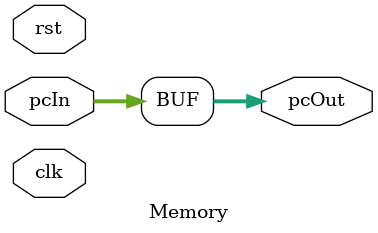
<source format=v>
module Memory(
    input clk, rst,
    input [31:0] pcIn,
    output [31:0] pcOut
);
    assign pcOut = pcIn;
endmodule

</source>
